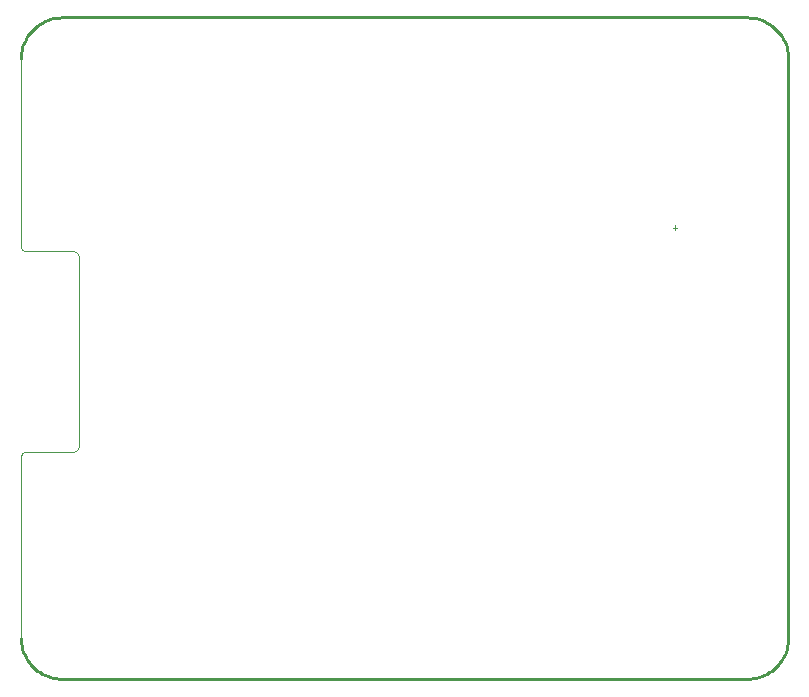
<source format=gm1>
G04 Layer_Color=16711935*
%FSLAX44Y44*%
%MOMM*%
G71*
G01*
G75*
%ADD53C,0.2540*%
%ADD55C,0.1000*%
D53*
X615920Y493000D02*
X615834Y495494D01*
X615570Y497976D01*
X615130Y500432D01*
X614515Y502851D01*
X613730Y505220D01*
X612777Y507527D01*
X611663Y509759D01*
X610392Y511907D01*
X608971Y513959D01*
X607407Y515904D01*
X605709Y517732D01*
X603884Y519435D01*
X601943Y521003D01*
X599894Y522429D01*
X597750Y523704D01*
X595519Y524824D01*
X593215Y525782D01*
X590848Y526573D01*
X588430Y527192D01*
X585975Y527639D01*
X583494Y527908D01*
X581000Y528000D01*
Y-32000D02*
X583494Y-31908D01*
X585975Y-31639D01*
X588430Y-31193D01*
X590848Y-30573D01*
X593215Y-29782D01*
X595519Y-28824D01*
X597750Y-27705D01*
X599894Y-26429D01*
X601943Y-25003D01*
X603884Y-23435D01*
X605709Y-21732D01*
X607407Y-19904D01*
X608971Y-17959D01*
X610392Y-15907D01*
X611663Y-13759D01*
X612777Y-11526D01*
X613730Y-9220D01*
X614515Y-6851D01*
X615130Y-4432D01*
X615570Y-1976D01*
X615834Y506D01*
X615920Y3000D01*
X-34000D02*
X-33911Y503D01*
X-33644Y-1981D01*
X-33200Y-4440D01*
X-32582Y-6861D01*
X-31793Y-9231D01*
X-30837Y-11540D01*
X-29719Y-13774D01*
X-28444Y-15922D01*
X-27019Y-17975D01*
X-25451Y-19920D01*
X-23749Y-21749D01*
X-21920Y-23451D01*
X-19975Y-25019D01*
X-17922Y-26444D01*
X-15774Y-27719D01*
X-13540Y-28837D01*
X-11231Y-29793D01*
X-8861Y-30582D01*
X-6440Y-31200D01*
X-3981Y-31644D01*
X-1497Y-31911D01*
X1000Y-32000D01*
Y528000D02*
X-1497Y527911D01*
X-3981Y527644D01*
X-6440Y527200D01*
X-8861Y526582D01*
X-11231Y525793D01*
X-13540Y524837D01*
X-15774Y523719D01*
X-17922Y522444D01*
X-19975Y521019D01*
X-21920Y519451D01*
X-23749Y517749D01*
X-25451Y515920D01*
X-27019Y513975D01*
X-28444Y511922D01*
X-29719Y509774D01*
X-30837Y507539D01*
X-31793Y505231D01*
X-32582Y502861D01*
X-33200Y500440D01*
X-33644Y497981D01*
X-33911Y495497D01*
X-34000Y493000D01*
X1000Y-32000D02*
X581000D01*
X615920Y3000D02*
Y493000D01*
X1000Y528000D02*
X581000D01*
D55*
X15000Y325000D02*
X14330Y327500D01*
X12500Y329330D01*
X10000Y330000D01*
Y160000D02*
X12500Y160670D01*
X14330Y162500D01*
X15000Y165000D01*
X-30000Y160000D02*
X-32828Y158828D01*
X-34000Y156000D01*
X-34000Y334000D02*
X-32828Y331172D01*
X-30000Y330000D01*
X520000Y348000D02*
Y352000D01*
X518000Y350000D02*
X522000D01*
X-30000Y330000D02*
X10000D01*
X15000Y165000D02*
Y325000D01*
X-30000Y160000D02*
X10000D01*
X-34000Y335000D02*
Y493000D01*
X-34000Y3000D02*
Y155000D01*
Y156000D01*
X-34000Y334000D02*
Y335000D01*
M02*

</source>
